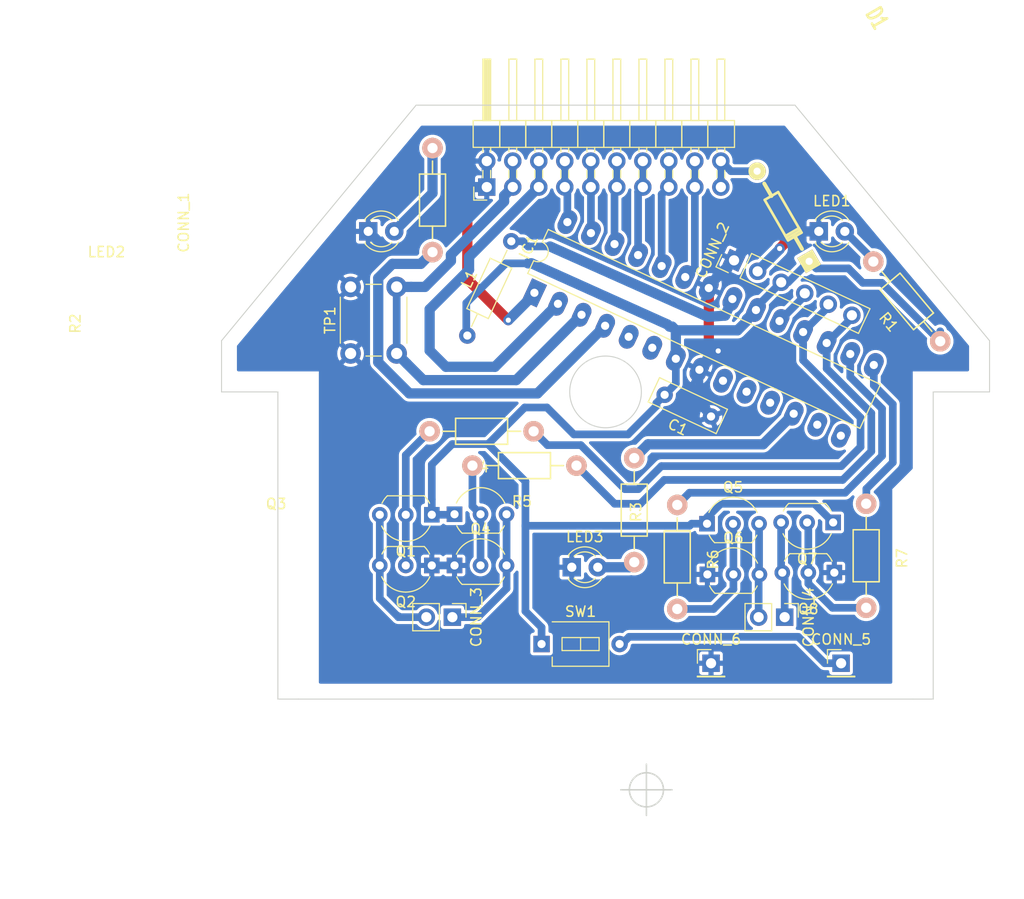
<source format=kicad_pcb>
(kicad_pcb (version 4) (host pcbnew 4.0.6)
  (layers (0 F.Cu signal) (31 B.Cu signal) (34 B.Paste user) (35 F.Paste user) (36 B.SilkS user) (37 F.SilkS user) (38 B.Mask user) (39 F.Mask user) (44 Edge.Cuts user))
  (net 0 "")
  (net 1 GND)
  (net 2 /VCC)
  (net 3 /PD1)
  (net 4 /PD0)
  (net 5 /PC5)
  (net 6 /PC4)
  (net 7 /PC3)
  (net 8 /PC2)
  (net 9 /PC1)
  (net 10 /PC0)
  (net 11 /RST)
  (net 12 /SCK)
  (net 13 /MISO)
  (net 14 /MOSI)
  (net 15 "Net-(CONN_3-Pad1)")
  (net 16 "Net-(CONN_3-Pad2)")
  (net 17 "Net-(CONN_4-Pad1)")
  (net 18 "Net-(CONN_4-Pad2)")
  (net 19 "Net-(CONN_5-Pad1)")
  (net 20 /PB1)
  (net 21 /PB2)
  (net 22 /PD2)
  (net 23 "Net-(IC1-Pad5)")
  (net 24 "Net-(IC1-Pad6)")
  (net 25 "Net-(IC1-Pad21)")
  (net 26 "Net-(IC1-Pad9)")
  (net 27 "Net-(IC1-Pad10)")
  (net 28 "Net-(IC1-Pad11)")
  (net 29 /PD6)
  (net 30 "Net-(IC1-Pad13)")
  (net 31 "Net-(IC1-Pad14)")
  (net 32 "Net-(LED1-Pad2)")
  (net 33 "Net-(LED2-Pad2)")
  (net 34 "Net-(LED3-Pad2)")
  (net 35 "Net-(Q1-Pad2)")
  (net 36 "Net-(Q3-Pad2)")
  (net 37 "Net-(Q5-Pad2)")
  (net 38 "Net-(Q7-Pad2)")
  (net 39 "Net-(CONN_1-Pad19)")
  (module Housings_DIP:DIP-28_W7.62mm_LongPads (layer F.Cu) (at 70.76 109.445 65)
    (fp_text reference IC1 (at 3.81 -2.39 65) (layer F.SilkS))
    (fp_text value ATMEGA8-P)
    (pad 1 thru_hole rect (at 0 0 65) (size 2.4 1.6) (drill 0.8) (layers *.Cu *.Mask) (net 11 /RST))
    (pad 15 thru_hole oval (at 7.62 33.02 65) (size 2.4 1.6) (drill 0.8) (layers *.Cu *.Mask) (net 20 /PB1))
    (pad 2 thru_hole oval (at 0 2.54 65) (size 2.4 1.6) (drill 0.8) (layers *.Cu *.Mask) (net 4 /PD0))
    (pad 16 thru_hole oval (at 7.62 30.48 65) (size 2.4 1.6) (drill 0.8) (layers *.Cu *.Mask) (net 21 /PB2))
    (pad 3 thru_hole oval (at 0 5.08 65) (size 2.4 1.6) (drill 0.8) (layers *.Cu *.Mask) (net 3 /PD1))
    (pad 17 thru_hole oval (at 7.62 27.94 65) (size 2.4 1.6) (drill 0.8) (layers *.Cu *.Mask) (net 14 /MOSI))
    (pad 4 thru_hole oval (at 0 7.62 65) (size 2.4 1.6) (drill 0.8) (layers *.Cu *.Mask) (net 22 /PD2))
    (pad 18 thru_hole oval (at 7.62 25.4 65) (size 2.4 1.6) (drill 0.8) (layers *.Cu *.Mask) (net 13 /MISO))
    (pad 5 thru_hole oval (at 0 10.16 65) (size 2.4 1.6) (drill 0.8) (layers *.Cu *.Mask) (net 23 "Net-(IC1-Pad5)"))
    (pad 19 thru_hole oval (at 7.62 22.86 65) (size 2.4 1.6) (drill 0.8) (layers *.Cu *.Mask) (net 12 /SCK))
    (pad 6 thru_hole oval (at 0 12.7 65) (size 2.4 1.6) (drill 0.8) (layers *.Cu *.Mask) (net 24 "Net-(IC1-Pad6)"))
    (pad 20 thru_hole oval (at 7.62 20.32 65) (size 2.4 1.6) (drill 0.8) (layers *.Cu *.Mask) (net 2 /VCC))
    (pad 7 thru_hole oval (at 0 15.24 65) (size 2.4 1.6) (drill 0.8) (layers *.Cu *.Mask) (net 2 /VCC))
    (pad 21 thru_hole oval (at 7.62 17.78 65) (size 2.4 1.6) (drill 0.8) (layers *.Cu *.Mask) (net 25 "Net-(IC1-Pad21)"))
    (pad 8 thru_hole oval (at 0 17.78 65) (size 2.4 1.6) (drill 0.8) (layers *.Cu *.Mask) (net 1 GND))
    (pad 22 thru_hole oval (at 7.62 15.24 65) (size 2.4 1.6) (drill 0.8) (layers *.Cu *.Mask) (net 1 GND))
    (pad 9 thru_hole oval (at 0 20.32 65) (size 2.4 1.6) (drill 0.8) (layers *.Cu *.Mask) (net 26 "Net-(IC1-Pad9)"))
    (pad 23 thru_hole oval (at 7.62 12.7 65) (size 2.4 1.6) (drill 0.8) (layers *.Cu *.Mask) (net 10 /PC0))
    (pad 10 thru_hole oval (at 0 22.86 65) (size 2.4 1.6) (drill 0.8) (layers *.Cu *.Mask) (net 27 "Net-(IC1-Pad10)"))
    (pad 24 thru_hole oval (at 7.62 10.16 65) (size 2.4 1.6) (drill 0.8) (layers *.Cu *.Mask) (net 9 /PC1))
    (pad 11 thru_hole oval (at 0 25.4 65) (size 2.4 1.6) (drill 0.8) (layers *.Cu *.Mask) (net 28 "Net-(IC1-Pad11)"))
    (pad 25 thru_hole oval (at 7.62 7.62 65) (size 2.4 1.6) (drill 0.8) (layers *.Cu *.Mask) (net 8 /PC2))
    (pad 12 thru_hole oval (at 0 27.94 65) (size 2.4 1.6) (drill 0.8) (layers *.Cu *.Mask) (net 29 /PD6))
    (pad 26 thru_hole oval (at 7.62 5.08 65) (size 2.4 1.6) (drill 0.8) (layers *.Cu *.Mask) (net 7 /PC3))
    (pad 13 thru_hole oval (at 0 30.48 65) (size 2.4 1.6) (drill 0.8) (layers *.Cu *.Mask) (net 30 "Net-(IC1-Pad13)"))
    (pad 27 thru_hole oval (at 7.62 2.54 65) (size 2.4 1.6) (drill 0.8) (layers *.Cu *.Mask) (net 6 /PC4))
    (pad 14 thru_hole oval (at 0 33.02 65) (size 2.4 1.6) (drill 0.8) (layers *.Cu *.Mask) (net 31 "Net-(IC1-Pad14)"))
    (pad 28 thru_hole oval (at 7.62 0 65) (size 2.4 1.6) (drill 0.8) (layers *.Cu *.Mask) (net 5 /PC5))
  )
  (module Capacitors_ThroughHole:C_Rect_L7.2mm_W2.5mm_P5.00mm_FKS2_FKP2_MKS2_MKP2 (layer F.Cu) (at 88.01 121.52 155)
    (fp_text reference C1 (at 2.5 -2.31 155) (layer F.SilkS))
    (fp_text value C)
    (pad 1 thru_hole circle (at 0 0 155) (size 1.6 1.6) (drill 0.8) (layers *.Cu *.Mask) (net 1 GND))
    (pad 2 thru_hole circle (at 5 0 155) (size 1.6 1.6) (drill 0.8) (layers *.Cu *.Mask) (net 2 /VCC))
  )
  (module Pin_Headers:Pin_Header_Angled_2x10_Pitch2.54mm (layer F.Cu) (at 66.11 99.12 90)
    (fp_text reference CONN_1 (at -3.47 -29.6 90) (layer F.SilkS))
    (fp_text value CONN_02X10)
    (pad 1 thru_hole rect (at 0 0 90) (size 1.7 1.7) (drill 1) (layers *.Cu *.Mask) (net 1 GND))
    (pad 2 thru_hole oval (at 2.54 0 90) (size 1.7 1.7) (drill 1) (layers *.Cu *.Mask) (net 1 GND))
    (pad 3 thru_hole oval (at 0 2.54 90) (size 1.7 1.7) (drill 1) (layers *.Cu *.Mask) (net 3 /PD1))
    (pad 4 thru_hole oval (at 2.54 2.54 90) (size 1.7 1.7) (drill 1) (layers *.Cu *.Mask) (net 3 /PD1))
    (pad 5 thru_hole oval (at 0 5.08 90) (size 1.7 1.7) (drill 1) (layers *.Cu *.Mask) (net 4 /PD0))
    (pad 6 thru_hole oval (at 2.54 5.08 90) (size 1.7 1.7) (drill 1) (layers *.Cu *.Mask) (net 4 /PD0))
    (pad 7 thru_hole oval (at 0 7.62 90) (size 1.7 1.7) (drill 1) (layers *.Cu *.Mask) (net 5 /PC5))
    (pad 8 thru_hole oval (at 2.54 7.62 90) (size 1.7 1.7) (drill 1) (layers *.Cu *.Mask) (net 5 /PC5))
    (pad 9 thru_hole oval (at 0 10.16 90) (size 1.7 1.7) (drill 1) (layers *.Cu *.Mask) (net 6 /PC4))
    (pad 10 thru_hole oval (at 2.54 10.16 90) (size 1.7 1.7) (drill 1) (layers *.Cu *.Mask) (net 6 /PC4))
    (pad 11 thru_hole oval (at 0 12.7 90) (size 1.7 1.7) (drill 1) (layers *.Cu *.Mask) (net 7 /PC3))
    (pad 12 thru_hole oval (at 2.54 12.7 90) (size 1.7 1.7) (drill 1) (layers *.Cu *.Mask) (net 7 /PC3))
    (pad 13 thru_hole oval (at 0 15.24 90) (size 1.7 1.7) (drill 1) (layers *.Cu *.Mask) (net 8 /PC2))
    (pad 14 thru_hole oval (at 2.54 15.24 90) (size 1.7 1.7) (drill 1) (layers *.Cu *.Mask) (net 8 /PC2))
    (pad 15 thru_hole oval (at 0 17.78 90) (size 1.7 1.7) (drill 1) (layers *.Cu *.Mask) (net 9 /PC1))
    (pad 16 thru_hole oval (at 2.54 17.78 90) (size 1.7 1.7) (drill 1) (layers *.Cu *.Mask) (net 9 /PC1))
    (pad 17 thru_hole oval (at 0 20.32 90) (size 1.7 1.7) (drill 1) (layers *.Cu *.Mask) (net 10 /PC0))
    (pad 18 thru_hole oval (at 2.54 20.32 90) (size 1.7 1.7) (drill 1) (layers *.Cu *.Mask) (net 10 /PC0))
    (pad 19 thru_hole oval (at 0 22.86 90) (size 1.7 1.7) (drill 1) (layers *.Cu *.Mask) (net 39 "Net-(CONN_1-Pad19)"))
    (pad 20 thru_hole oval (at 2.54 22.86 90) (size 1.7 1.7) (drill 1) (layers *.Cu *.Mask) (net 39 "Net-(CONN_1-Pad19)"))
  )
  (module Pin_Headers:Pin_Header_Straight_1x06_Pitch2.54mm (layer F.Cu) (at 90.255956 106.273099 65)
    (fp_text reference CONN_2 (at 0 -2.33 65) (layer F.SilkS))
    (fp_text value CONN_01X06)
    (pad 1 thru_hole rect (at 0 0 65) (size 1.7 1.7) (drill 1) (layers *.Cu *.Mask) (net 1 GND))
    (pad 2 thru_hole oval (at 0 2.54 65) (size 1.7 1.7) (drill 1) (layers *.Cu *.Mask) (net 11 /RST))
    (pad 3 thru_hole oval (at 0 5.08 65) (size 1.7 1.7) (drill 1) (layers *.Cu *.Mask) (net 2 /VCC))
    (pad 4 thru_hole oval (at 0 7.62 65) (size 1.7 1.7) (drill 1) (layers *.Cu *.Mask) (net 12 /SCK))
    (pad 5 thru_hole oval (at 0 10.16 65) (size 1.7 1.7) (drill 1) (layers *.Cu *.Mask) (net 13 /MISO))
    (pad 6 thru_hole oval (at 0 12.7 65) (size 1.7 1.7) (drill 1) (layers *.Cu *.Mask) (net 14 /MOSI))
  )
  (module Pin_Headers:Pin_Header_Straight_1x02_Pitch2.54mm (layer F.Cu) (at 62.75 141.12 270)
    (fp_text reference CONN_3 (at 0 -2.33 270) (layer F.SilkS))
    (fp_text value CONN_01X02)
    (pad 1 thru_hole rect (at 0 0 270) (size 1.7 1.7) (drill 1) (layers *.Cu *.Mask) (net 15 "Net-(CONN_3-Pad1)"))
    (pad 2 thru_hole oval (at 0 2.54 270) (size 1.7 1.7) (drill 1) (layers *.Cu *.Mask) (net 16 "Net-(CONN_3-Pad2)"))
  )
  (module Pin_Headers:Pin_Header_Straight_1x02_Pitch2.54mm (layer F.Cu) (at 95.2 141.12 270)
    (fp_text reference CONN_4 (at 0 -2.33 270) (layer F.SilkS))
    (fp_text value CONN_01X02)
    (pad 1 thru_hole rect (at 0 0 270) (size 1.7 1.7) (drill 1) (layers *.Cu *.Mask) (net 17 "Net-(CONN_4-Pad1)"))
    (pad 2 thru_hole oval (at 0 2.54 270) (size 1.7 1.7) (drill 1) (layers *.Cu *.Mask) (net 18 "Net-(CONN_4-Pad2)"))
  )
  (module Pin_Headers:Pin_Header_Straight_1x01_Pitch2.54mm (layer F.Cu) (at 100.71 145.62)
    (fp_text reference CONN_5 (at 0 -2.33) (layer F.SilkS))
    (fp_text value CONN)
    (pad 1 thru_hole rect (at 0 0) (size 1.7 1.7) (drill 1) (layers *.Cu *.Mask) (net 19 "Net-(CONN_5-Pad1)"))
  )
  (module Pin_Headers:Pin_Header_Straight_1x01_Pitch2.54mm (layer F.Cu) (at 88.01 145.62)
    (fp_text reference CONN_6 (at 0 -2.33) (layer F.SilkS))
    (fp_text value CONN)
    (pad 1 thru_hole rect (at 0 0) (size 1.7 1.7) (drill 1) (layers *.Cu *.Mask) (net 1 GND))
  )
  (module Dioden_ThroughHole_RevC:Diode_DO-35_SOD27_Horizontal_RM10 (layer F.Cu) (at 95.05 101.969409 300)
    (fp_text reference D1 (at -12.17208 -17.616157 300) (layer F.SilkS) (effects (font (size 1.524 1.016) (thickness 0.254))))
    (fp_text value D hide)
    (pad 1 thru_hole circle (at -5.08 0 300) (size 1.69926 1.69926) (drill 0.70104) (layers *.Cu *.Mask F.SilkS) (net 39 "Net-(CONN_1-Pad19)"))
    (pad 2 thru_hole rect (at 5.08 0 300) (size 1.69926 1.69926) (drill 0.70104) (layers *.Cu *.Mask F.SilkS) (net 2 /VCC))
  )
  (module Inductors_THT:L_Axial_L5.3mm_D2.2mm_P10.16mm_Horizontal_Vishay_IM-1 (layer F.Cu) (at 64.21 113.62 65)
    (fp_text reference L1 (at 5.08 -2.16 65) (layer F.SilkS))
    (fp_text value L)
    (pad 1 thru_hole circle (at 0 0 65) (size 1.6 1.6) (drill 0.8) (layers *.Cu *.Mask) (net 2 /VCC))
    (pad 2 thru_hole oval (at 10.16 0 65) (size 1.6 1.6) (drill 0.8) (layers *.Cu *.Mask) (net 25 "Net-(IC1-Pad21)"))
  )
  (module LEDs:LED_D3.0mm (layer F.Cu) (at 98.535 103.445)
    (fp_text reference LED1 (at 1.27 -2.96) (layer F.SilkS))
    (fp_text value LED)
    (pad 1 thru_hole rect (at 0 0) (size 1.8 1.8) (drill 0.9) (layers *.Cu *.Mask) (net 1 GND))
    (pad 2 thru_hole circle (at 2.54 0) (size 1.8 1.8) (drill 0.9) (layers *.Cu *.Mask) (net 32 "Net-(LED1-Pad2)"))
  )
  (module LEDs:LED_D3.0mm (layer F.Cu) (at 54.535 103.445)
    (fp_text reference LED2 (at -25.565 2.015) (layer F.SilkS))
    (fp_text value LED)
    (pad 1 thru_hole rect (at 0 0) (size 1.8 1.8) (drill 0.9) (layers *.Cu *.Mask) (net 1 GND))
    (pad 2 thru_hole circle (at 2.54 0) (size 1.8 1.8) (drill 0.9) (layers *.Cu *.Mask) (net 33 "Net-(LED2-Pad2)"))
  )
  (module LEDs:LED_D3.0mm (layer F.Cu) (at 74.41 136.245)
    (fp_text reference LED3 (at 1.27 -2.96) (layer F.SilkS))
    (fp_text value LED)
    (pad 1 thru_hole rect (at 0 0) (size 1.8 1.8) (drill 0.9) (layers *.Cu *.Mask) (net 1 GND))
    (pad 2 thru_hole circle (at 2.54 0) (size 1.8 1.8) (drill 0.9) (layers *.Cu *.Mask) (net 34 "Net-(LED3-Pad2)"))
  )
  (module TO_SOT_Packages_THT:TO-92_Inline_Wide (layer F.Cu) (at 60.74 131.12 180)
    (fp_text reference Q1 (at 2.54 -3.56 360) (layer F.SilkS))
    (fp_text value Q_NPN_CBE)
    (pad 2 thru_hole circle (at 2.54 0 270) (size 1.52 1.52) (drill 0.8) (layers *.Cu *.Mask) (net 35 "Net-(Q1-Pad2)"))
    (pad 3 thru_hole circle (at 5.08 0 270) (size 1.52 1.52) (drill 0.8) (layers *.Cu *.Mask) (net 16 "Net-(CONN_3-Pad2)"))
    (pad 1 thru_hole rect (at 0 0 270) (size 1.52 1.52) (drill 0.8) (layers *.Cu *.Mask) (net 2 /VCC))
  )
  (module TO_SOT_Packages_THT:TO-92_Inline_Wide (layer F.Cu) (at 60.74 136.07 180)
    (fp_text reference Q2 (at 2.54 -3.56 360) (layer F.SilkS))
    (fp_text value Q_PNP_CBE)
    (pad 2 thru_hole circle (at 2.54 0 270) (size 1.52 1.52) (drill 0.8) (layers *.Cu *.Mask) (net 35 "Net-(Q1-Pad2)"))
    (pad 3 thru_hole circle (at 5.08 0 270) (size 1.52 1.52) (drill 0.8) (layers *.Cu *.Mask) (net 16 "Net-(CONN_3-Pad2)"))
    (pad 1 thru_hole rect (at 0 0 270) (size 1.52 1.52) (drill 0.8) (layers *.Cu *.Mask) (net 1 GND))
  )
  (module TO_SOT_Packages_THT:TO-92_Inline_Wide (layer F.Cu) (at 62.96 131.07)
    (fp_text reference Q3 (at -17.42 -1.01 180) (layer F.SilkS))
    (fp_text value Q_NPN_CBE)
    (pad 2 thru_hole circle (at 2.54 0 90) (size 1.52 1.52) (drill 0.8) (layers *.Cu *.Mask) (net 36 "Net-(Q3-Pad2)"))
    (pad 3 thru_hole circle (at 5.08 0 90) (size 1.52 1.52) (drill 0.8) (layers *.Cu *.Mask) (net 15 "Net-(CONN_3-Pad1)"))
    (pad 1 thru_hole rect (at 0 0 90) (size 1.52 1.52) (drill 0.8) (layers *.Cu *.Mask) (net 2 /VCC))
  )
  (module TO_SOT_Packages_THT:TO-92_Inline_Wide (layer F.Cu) (at 62.96 136.07)
    (fp_text reference Q4 (at 2.54 -3.56 180) (layer F.SilkS))
    (fp_text value Q_PNP_CBE)
    (pad 2 thru_hole circle (at 2.54 0 90) (size 1.52 1.52) (drill 0.8) (layers *.Cu *.Mask) (net 36 "Net-(Q3-Pad2)"))
    (pad 3 thru_hole circle (at 5.08 0 90) (size 1.52 1.52) (drill 0.8) (layers *.Cu *.Mask) (net 15 "Net-(CONN_3-Pad1)"))
    (pad 1 thru_hole rect (at 0 0 90) (size 1.52 1.52) (drill 0.8) (layers *.Cu *.Mask) (net 1 GND))
  )
  (module TO_SOT_Packages_THT:TO-92_Inline_Wide (layer F.Cu) (at 87.62 131.995)
    (fp_text reference Q5 (at 2.54 -3.56 180) (layer F.SilkS))
    (fp_text value Q_NPN_CBE)
    (pad 2 thru_hole circle (at 2.54 0 90) (size 1.52 1.52) (drill 0.8) (layers *.Cu *.Mask) (net 37 "Net-(Q5-Pad2)"))
    (pad 3 thru_hole circle (at 5.08 0 90) (size 1.52 1.52) (drill 0.8) (layers *.Cu *.Mask) (net 18 "Net-(CONN_4-Pad2)"))
    (pad 1 thru_hole rect (at 0 0 90) (size 1.52 1.52) (drill 0.8) (layers *.Cu *.Mask) (net 2 /VCC))
  )
  (module TO_SOT_Packages_THT:TO-92_Inline_Wide (layer F.Cu) (at 87.655 136.945)
    (fp_text reference Q6 (at 2.54 -3.56 180) (layer F.SilkS))
    (fp_text value Q_PNP_CBE)
    (pad 2 thru_hole circle (at 2.54 0 90) (size 1.52 1.52) (drill 0.8) (layers *.Cu *.Mask) (net 37 "Net-(Q5-Pad2)"))
    (pad 3 thru_hole circle (at 5.08 0 90) (size 1.52 1.52) (drill 0.8) (layers *.Cu *.Mask) (net 18 "Net-(CONN_4-Pad2)"))
    (pad 1 thru_hole rect (at 0 0 90) (size 1.52 1.52) (drill 0.8) (layers *.Cu *.Mask) (net 1 GND))
  )
  (module TO_SOT_Packages_THT:TO-92_Inline_Wide (layer F.Cu) (at 99.935 131.87 180)
    (fp_text reference Q7 (at 2.54 -3.56 360) (layer F.SilkS))
    (fp_text value Q_NPN_CBE)
    (pad 2 thru_hole circle (at 2.54 0 270) (size 1.52 1.52) (drill 0.8) (layers *.Cu *.Mask) (net 38 "Net-(Q7-Pad2)"))
    (pad 3 thru_hole circle (at 5.08 0 270) (size 1.52 1.52) (drill 0.8) (layers *.Cu *.Mask) (net 17 "Net-(CONN_4-Pad1)"))
    (pad 1 thru_hole rect (at 0 0 270) (size 1.52 1.52) (drill 0.8) (layers *.Cu *.Mask) (net 2 /VCC))
  )
  (module TO_SOT_Packages_THT:TO-92_Inline_Wide (layer F.Cu) (at 100.05 136.77 180)
    (fp_text reference Q8 (at 2.54 -3.56 360) (layer F.SilkS))
    (fp_text value Q_PNP_CBE)
    (pad 2 thru_hole circle (at 2.54 0 270) (size 1.52 1.52) (drill 0.8) (layers *.Cu *.Mask) (net 38 "Net-(Q7-Pad2)"))
    (pad 3 thru_hole circle (at 5.08 0 270) (size 1.52 1.52) (drill 0.8) (layers *.Cu *.Mask) (net 17 "Net-(CONN_4-Pad1)"))
    (pad 1 thru_hole rect (at 0 0 270) (size 1.52 1.52) (drill 0.8) (layers *.Cu *.Mask) (net 1 GND))
  )
  (module Resistors_THT:Resistor_Horizontal_RM10mm (layer F.Cu) (at 110.390722 114.178012 130)
    (fp_text reference R1 (at 4.678754 -2.654254 130) (layer F.SilkS))
    (fp_text value 470R)
    (pad 1 thru_hole circle (at 0 0 130) (size 1.99898 1.99898) (drill 1.00076) (layers *.Cu *.SilkS *.Mask) (net 2 /VCC))
    (pad 2 thru_hole circle (at 10.16 0 130) (size 1.99898 1.99898) (drill 1.00076) (layers *.Cu *.SilkS *.Mask) (net 32 "Net-(LED1-Pad2)"))
  )
  (module Resistors_THT:Resistor_Horizontal_RM10mm (layer F.Cu) (at 60.81 105.47 90)
    (fp_text reference R2 (at -6.98 -34.88 90) (layer F.SilkS))
    (fp_text value 470R)
    (pad 1 thru_hole circle (at 0 0 90) (size 1.99898 1.99898) (drill 1.00076) (layers *.Cu *.SilkS *.Mask) (net 22 /PD2))
    (pad 2 thru_hole circle (at 10.16 0 90) (size 1.99898 1.99898) (drill 1.00076) (layers *.Cu *.SilkS *.Mask) (net 33 "Net-(LED2-Pad2)"))
  )
  (module Resistors_THT:Resistor_Horizontal_RM10mm (layer F.Cu) (at 80.51 125.585 270)
    (fp_text reference R3 (at 5.275 -0.175 270) (layer F.SilkS))
    (fp_text value 470R)
    (pad 1 thru_hole circle (at 0 0 270) (size 1.99898 1.99898) (drill 1.00076) (layers *.Cu *.SilkS *.Mask) (net 29 /PD6))
    (pad 2 thru_hole circle (at 10.16 0 270) (size 1.99898 1.99898) (drill 1.00076) (layers *.Cu *.SilkS *.Mask) (net 34 "Net-(LED3-Pad2)"))
  )
  (module Resistors_THT:Resistor_Horizontal_RM10mm (layer F.Cu) (at 70.685 122.97 180)
    (fp_text reference R4 (at 5.32892 -3.50012 180) (layer F.SilkS))
    (fp_text value 470R)
    (pad 1 thru_hole circle (at 0 0 180) (size 1.99898 1.99898) (drill 1.00076) (layers *.Cu *.SilkS *.Mask) (net 13 /MISO))
    (pad 2 thru_hole circle (at 10.16 0 180) (size 1.99898 1.99898) (drill 1.00076) (layers *.Cu *.SilkS *.Mask) (net 35 "Net-(Q1-Pad2)"))
  )
  (module Resistors_THT:Resistor_Horizontal_RM10mm (layer F.Cu) (at 74.87 126.32 180)
    (fp_text reference R5 (at 5.32892 -3.50012 180) (layer F.SilkS))
    (fp_text value 470R)
    (pad 1 thru_hole circle (at 0 0 180) (size 1.99898 1.99898) (drill 1.00076) (layers *.Cu *.SilkS *.Mask) (net 14 /MOSI))
    (pad 2 thru_hole circle (at 10.16 0 180) (size 1.99898 1.99898) (drill 1.00076) (layers *.Cu *.SilkS *.Mask) (net 36 "Net-(Q3-Pad2)"))
  )
  (module Resistors_THT:Resistor_Horizontal_RM10mm (layer F.Cu) (at 84.71 130.16 270)
    (fp_text reference R6 (at 5.32892 -3.50012 270) (layer F.SilkS))
    (fp_text value 470R)
    (pad 1 thru_hole circle (at 0 0 270) (size 1.99898 1.99898) (drill 1.00076) (layers *.Cu *.SilkS *.Mask) (net 21 /PB2))
    (pad 2 thru_hole circle (at 10.16 0 270) (size 1.99898 1.99898) (drill 1.00076) (layers *.Cu *.SilkS *.Mask) (net 37 "Net-(Q5-Pad2)"))
  )
  (module Resistors_THT:Resistor_Horizontal_RM10mm (layer F.Cu) (at 103.16 130.045 270)
    (fp_text reference R7 (at 5.32892 -3.50012 270) (layer F.SilkS))
    (fp_text value 470R)
    (pad 1 thru_hole circle (at 0 0 270) (size 1.99898 1.99898) (drill 1.00076) (layers *.Cu *.SilkS *.Mask) (net 20 /PB1))
    (pad 2 thru_hole circle (at 10.16 0 270) (size 1.99898 1.99898) (drill 1.00076) (layers *.Cu *.SilkS *.Mask) (net 38 "Net-(Q7-Pad2)"))
  )
  (module Buttons_Switches_THT:SW_DIP_x1_W7.62mm_Slide_LowProfile (layer F.Cu) (at 71.46 143.745)
    (fp_text reference SW1 (at 3.81 -3.17) (layer F.SilkS))
    (fp_text value SPST)
    (pad 1 thru_hole rect (at 0 0) (size 1.6 1.6) (drill 0.8) (layers *.Cu *.Mask) (net 2 /VCC))
    (pad 2 thru_hole oval (at 7.62 0) (size 1.6 1.6) (drill 0.8) (layers *.Cu *.Mask) (net 19 "Net-(CONN_5-Pad1)"))
  )
  (module Buttons_Switches_THT:SW_PUSH_6mm (layer F.Cu) (at 52.81 115.37 90)
    (fp_text reference TP1 (at 3.25 -2 90) (layer F.SilkS))
    (fp_text value SW_PUSH_SMALL_H)
    (pad 2 thru_hole circle (at 0 4.5 180) (size 2 2) (drill 1.1) (layers *.Cu *.Mask) (net 3 /PD1))
    (pad 1 thru_hole circle (at 0 0 180) (size 2 2) (drill 1.1) (layers *.Cu *.Mask) (net 1 GND))
    (pad 2 thru_hole circle (at 6.5 4.5 180) (size 2 2) (drill 1.1) (layers *.Cu *.Mask) (net 3 /PD1))
    (pad 1 thru_hole circle (at 6.5 0 180) (size 2 2) (drill 1.1) (layers *.Cu *.Mask) (net 1 GND))
  )
  (target plus (at 81.7 157.98) (size 5) (width 0.15) (layer Edge.Cuts))
  (gr_circle (center 77.708073 119.122037) (end 81.208073 119.122037) (layer Edge.Cuts) (width 0.1))
  (gr_line (start 109.708073 149.122037) (end 107.708073 149.122037) (layer Edge.Cuts) (width 0.1))
  (gr_line (start 109.708073 119.122037) (end 109.708073 149.122037) (layer Edge.Cuts) (width 0.1))
  (gr_line (start 45.708073 149.122037) (end 47.708073 149.122037) (layer Edge.Cuts) (width 0.1))
  (gr_line (start 45.708073 119.122037) (end 45.708073 149.122037) (layer Edge.Cuts) (width 0.1))
  (gr_line (start 96.208073 91.122037) (end 59.208073 91.122037) (layer Edge.Cuts) (width 0.1))
  (gr_line (start 40.208073 119.122037) (end 45.708073 119.122037) (layer Edge.Cuts) (width 0.1))
  (gr_line (start 40.208073 114.122037) (end 40.208073 119.122037) (layer Edge.Cuts) (width 0.1))
  (gr_line (start 59.208073 91.122037) (end 40.208073 114.122037) (layer Edge.Cuts) (width 0.1))
  (gr_line (start 96.208073 91.122037) (end 115.208073 114.122037) (layer Edge.Cuts) (width 0.1))
  (gr_line (start 115.208073 119.122037) (end 115.208073 114.122037) (layer Edge.Cuts) (width 0.1))
  (gr_line (start 109.708073 119.122037) (end 115.208073 119.122037) (layer Edge.Cuts) (width 0.1))
  (gr_line (start 47.708073 149.122037) (end 107.708073 149.122037) (layer Edge.Cuts) (width 0.1))
  (segment (start 88.71 115.12) (end 87.792482 114.202482) (width 1) (layer F.Cu) (net 1))
  (segment (start 87.792482 114.202482) (end 87.792482 108.979637) (width 1) (layer F.Cu) (net 1))
  (segment (start 86.874152 116.959153) (end 86.874152 116.955848) (width 1) (layer B.Cu) (net 1))
  (segment (start 86.874152 116.955848) (end 88.71 115.12) (width 1) (layer B.Cu) (net 1))
  (via (at 88.71 115.12) (size 0.8) (drill 0.5) (layers F.Cu B.Cu) (net 1))
  (segment (start 87.792482 108.979637) (end 87.792482 108.736573) (width 1) (layer B.Cu) (net 1))
  (segment (start 87.792482 108.736573) (end 90.255956 106.273099) (width 1) (layer B.Cu) (net 1))
  (segment (start 90.255956 106.273099) (end 93.084055 103.445) (width 1) (layer B.Cu) (net 1))
  (segment (start 93.084055 103.445) (end 98.535 103.445) (width 1) (layer B.Cu) (net 1))
  (segment (start 66.11 99.12) (end 64.26 99.12) (width 1) (layer B.Cu) (net 1))
  (segment (start 64.26 99.12) (end 58.234999 105.145001) (width 1) (layer B.Cu) (net 1))
  (segment (start 58.234999 105.145001) (end 56.235001 105.145001) (width 1) (layer B.Cu) (net 1))
  (segment (start 56.235001 105.145001) (end 54.535 103.445) (width 1) (layer B.Cu) (net 1))
  (segment (start 66.11 99.12) (end 66.11 96.58) (width 1) (layer B.Cu) (net 1))
  (segment (start 87.792482 108.979637) (end 88.200363 108.979637) (width 0.75) (layer B.Cu) (net 1))
  (segment (start 88.01 121.52) (end 86.874152 120.384152) (width 0.75) (layer B.Cu) (net 1))
  (segment (start 86.874152 120.384152) (end 86.874152 116.959153) (width 0.75) (layer B.Cu) (net 1))
  (segment (start 60.74 136.07) (end 62.96 136.07) (width 0.75) (layer B.Cu) (net 1))
  (segment (start 70.135 106.57) (end 67.98 106.57) (width 0.75) (layer B.Cu) (net 2))
  (segment (start 67.98 106.57) (end 64.11 110.44) (width 0.75) (layer B.Cu) (net 2))
  (segment (start 64.11 110.44) (end 64.11 113.52) (width 0.75) (layer B.Cu) (net 2))
  (segment (start 64.11 113.52) (end 64.21 113.62) (width 0.75) (layer B.Cu) (net 2))
  (segment (start 92.396525 111.126538) (end 92.396525 110.883475) (width 0.75) (layer B.Cu) (net 2))
  (segment (start 92.396525 110.883475) (end 94.86 108.42) (width 0.75) (layer B.Cu) (net 2))
  (segment (start 71.985 120.645) (end 69.81 120.645) (width 0.75) (layer B.Cu) (net 2))
  (segment (start 69.81 120.645) (end 66.235 124.22) (width 0.75) (layer B.Cu) (net 2))
  (segment (start 74.61 123.27) (end 71.985 120.645) (width 0.75) (layer B.Cu) (net 2))
  (segment (start 79.91 123.27) (end 74.61 123.27) (width 0.75) (layer B.Cu) (net 2))
  (segment (start 82.678462 120.501538) (end 79.91 123.27) (width 0.75) (layer B.Cu) (net 2))
  (segment (start 83.478461 119.406909) (end 82.678462 120.206908) (width 0.75) (layer B.Cu) (net 2))
  (segment (start 82.678462 120.206908) (end 82.678462 120.501538) (width 0.75) (layer B.Cu) (net 2))
  (segment (start 69.885 140.545) (end 69.885 132.195) (width 0.75) (layer B.Cu) (net 2))
  (segment (start 69.885 132.195) (end 69.885 127.87) (width 0.75) (layer B.Cu) (net 2))
  (segment (start 87.62 131.995) (end 86.11 131.995) (width 0.75) (layer B.Cu) (net 2))
  (segment (start 86.11 131.995) (end 85.91 132.195) (width 0.75) (layer B.Cu) (net 2))
  (segment (start 85.91 132.195) (end 69.885 132.195) (width 0.75) (layer B.Cu) (net 2))
  (segment (start 87.62 131.995) (end 87.62 131.385) (width 0.75) (layer B.Cu) (net 2))
  (segment (start 87.62 131.385) (end 88.96 130.045) (width 0.75) (layer B.Cu) (net 2))
  (segment (start 88.96 130.045) (end 98.11 130.045) (width 0.75) (layer B.Cu) (net 2))
  (segment (start 98.11 130.045) (end 99.935 131.87) (width 0.75) (layer B.Cu) (net 2))
  (segment (start 71.46 143.745) (end 71.46 142.12) (width 0.75) (layer B.Cu) (net 2))
  (segment (start 71.46 142.12) (end 69.885 140.545) (width 0.75) (layer B.Cu) (net 2))
  (segment (start 62.735 124.22) (end 60.74 126.215) (width 0.75) (layer B.Cu) (net 2))
  (segment (start 69.885 127.87) (end 66.235 124.22) (width 0.75) (layer B.Cu) (net 2))
  (segment (start 66.235 124.22) (end 62.735 124.22) (width 0.75) (layer B.Cu) (net 2))
  (segment (start 60.74 126.215) (end 60.74 129.61) (width 0.75) (layer B.Cu) (net 2))
  (segment (start 60.74 129.61) (end 60.74 131.12) (width 0.75) (layer B.Cu) (net 2))
  (segment (start 91.502809 112.202191) (end 90.597869 113.107131) (width 1) (layer B.Cu) (net 2))
  (segment (start 90.597869 113.107131) (end 84.572131 113.107131) (width 1) (layer B.Cu) (net 2))
  (segment (start 92.396525 111.126538) (end 91.502809 112.020254) (width 1) (layer B.Cu) (net 2))
  (segment (start 91.502809 112.020254) (end 91.502809 112.202191) (width 1) (layer B.Cu) (net 2))
  (segment (start 70.485 106.57) (end 83.76 112.54254) (width 1) (layer B.Cu) (net 2))
  (segment (start 84.21 112.745) (end 83.96246 112.745) (width 1) (layer B.Cu) (net 2))
  (segment (start 83.96246 112.745) (end 83.76 112.54254) (width 1) (layer B.Cu) (net 2))
  (segment (start 84.572131 115.885702) (end 84.572131 113.107131) (width 1) (layer B.Cu) (net 2))
  (segment (start 84.572131 113.107131) (end 84.21 112.745) (width 1) (layer B.Cu) (net 2))
  (segment (start 70.135 106.57) (end 70.485 106.57) (width 1) (layer B.Cu) (net 2))
  (segment (start 92.396525 111.126538) (end 92.396525 111.033475) (width 0.75) (layer B.Cu) (net 2))
  (segment (start 102.835 108.47) (end 104.68271 108.47) (width 0.75) (layer B.Cu) (net 2))
  (segment (start 104.68271 108.47) (end 110.390722 114.178012) (width 0.75) (layer B.Cu) (net 2))
  (segment (start 101.4265 107.0615) (end 102.835 108.47) (width 0.75) (layer B.Cu) (net 2))
  (segment (start 97.59 106.368818) (end 98.282682 107.0615) (width 0.75) (layer B.Cu) (net 2))
  (segment (start 98.282682 107.0615) (end 101.4265 107.0615) (width 0.75) (layer B.Cu) (net 2))
  (segment (start 94.86 108.42) (end 95.538818 108.42) (width 0.75) (layer B.Cu) (net 2))
  (segment (start 95.538818 108.42) (end 97.59 106.368818) (width 0.75) (layer B.Cu) (net 2))
  (segment (start 84.572131 115.885702) (end 84.572131 118.313239) (width 0.75) (layer B.Cu) (net 2))
  (segment (start 84.572131 118.313239) (end 83.478461 119.406909) (width 0.75) (layer B.Cu) (net 2))
  (segment (start 110.390722 114.178012) (end 110.390722 113.200722) (width 0.75) (layer B.Cu) (net 2))
  (segment (start 60.74 131.12) (end 62.91 131.12) (width 0.75) (layer B.Cu) (net 2))
  (segment (start 62.91 131.12) (end 62.96 131.07) (width 0.75) (layer B.Cu) (net 2))
  (segment (start 75.364044 111.591901) (end 68.985934 117.970011) (width 1) (layer B.Cu) (net 3))
  (segment (start 58.309999 116.369999) (end 57.31 115.37) (width 1) (layer B.Cu) (net 3))
  (segment (start 59.910011 117.970011) (end 58.309999 116.369999) (width 1) (layer B.Cu) (net 3))
  (segment (start 68.985934 117.970011) (end 59.910011 117.970011) (width 1) (layer B.Cu) (net 3))
  (segment (start 68.65 99.12) (end 67.800001 99.969999) (width 1) (layer B.Cu) (net 3))
  (segment (start 67.800001 99.969999) (end 67.800001 100.529999) (width 1) (layer B.Cu) (net 3))
  (segment (start 67.800001 100.529999) (end 62.609491 105.720509) (width 1) (layer B.Cu) (net 3))
  (segment (start 62.609491 105.720509) (end 62.609491 106.333757) (width 1) (layer B.Cu) (net 3))
  (segment (start 62.609491 106.333757) (end 60.073248 108.87) (width 1) (layer B.Cu) (net 3))
  (segment (start 60.073248 108.87) (end 58.724213 108.87) (width 1) (layer B.Cu) (net 3))
  (segment (start 58.724213 108.87) (end 57.31 108.87) (width 1) (layer B.Cu) (net 3))
  (segment (start 57.31 115.37) (end 57.31 108.87) (width 0.75) (layer B.Cu) (net 3))
  (segment (start 68.65 99.12) (end 68.65 96.58) (width 0.75) (layer B.Cu) (net 3))
  (segment (start 71.19 99.12) (end 64.38 105.93) (width 1) (layer B.Cu) (net 4))
  (segment (start 64.38 107.2) (end 60.53 111.05) (width 1) (layer B.Cu) (net 4))
  (segment (start 66.910472 116.67) (end 72.168306 111.412166) (width 1) (layer B.Cu) (net 4))
  (segment (start 64.38 105.93) (end 64.38 107.2) (width 1) (layer B.Cu) (net 4))
  (segment (start 60.53 111.05) (end 60.53 115.08) (width 1) (layer B.Cu) (net 4))
  (segment (start 60.53 115.08) (end 62.12 116.67) (width 1) (layer B.Cu) (net 4))
  (segment (start 62.12 116.67) (end 66.910472 116.67) (width 1) (layer B.Cu) (net 4))
  (segment (start 72.168306 111.412166) (end 73.062022 110.51845) (width 1) (layer B.Cu) (net 4))
  (segment (start 71.21 99.14) (end 71.19 99.12) (width 1) (layer B.Cu) (net 4))
  (segment (start 71.19 99.12) (end 71.19 96.58) (width 0.75) (layer B.Cu) (net 4))
  (segment (start 73.73 99.12) (end 73.73 96.58) (width 0.75) (layer B.Cu) (net 5))
  (segment (start 73.980351 102.538935) (end 73.980351 99.370351) (width 0.75) (layer B.Cu) (net 5))
  (segment (start 73.980351 99.370351) (end 73.73 99.12) (width 0.75) (layer B.Cu) (net 5))
  (segment (start 76.27 99.12) (end 76.27 96.58) (width 0.75) (layer B.Cu) (net 6))
  (segment (start 76.282373 103.612385) (end 76.282373 99.132373) (width 0.75) (layer B.Cu) (net 6))
  (segment (start 76.282373 99.132373) (end 76.27 99.12) (width 0.75) (layer B.Cu) (net 6))
  (segment (start 78.81 99.12) (end 78.81 96.58) (width 0.75) (layer B.Cu) (net 7))
  (segment (start 78.584395 104.685835) (end 78.584395 99.345605) (width 0.75) (layer B.Cu) (net 7))
  (segment (start 78.584395 99.345605) (end 78.81 99.12) (width 0.75) (layer B.Cu) (net 7))
  (segment (start 81.35 99.12) (end 81.35 96.58) (width 0.75) (layer B.Cu) (net 8))
  (segment (start 80.886416 105.759286) (end 80.886416 99.583584) (width 0.75) (layer B.Cu) (net 8))
  (segment (start 80.886416 99.583584) (end 81.35 99.12) (width 0.75) (layer B.Cu) (net 8))
  (segment (start 83.89 99.12) (end 83.89 96.58) (width 0.75) (layer B.Cu) (net 9))
  (segment (start 83.188438 106.832736) (end 83.188438 99.821562) (width 0.75) (layer B.Cu) (net 9))
  (segment (start 83.188438 99.821562) (end 83.89 99.12) (width 0.75) (layer B.Cu) (net 9))
  (segment (start 86.43 99.12) (end 86.43 96.58) (width 0.75) (layer B.Cu) (net 10))
  (segment (start 85.49046 107.906187) (end 86.43 106.966647) (width 0.75) (layer B.Cu) (net 10))
  (segment (start 86.43 106.966647) (end 86.43 99.12) (width 0.75) (layer B.Cu) (net 10))
  (segment (start 94.71 105.12) (end 94.71 105.194527) (width 1) (layer B.Cu) (net 11))
  (segment (start 94.71 105.194527) (end 92.557978 107.346549) (width 1) (layer B.Cu) (net 11))
  (segment (start 95.21 97.62) (end 95.21 104.62) (width 1) (layer F.Cu) (net 11))
  (segment (start 95.21 104.62) (end 94.71 105.12) (width 1) (layer F.Cu) (net 11))
  (via (at 94.71 105.12) (size 0.8) (drill 0.5) (layers F.Cu B.Cu) (net 11))
  (segment (start 92.519999 94.929999) (end 95.21 97.62) (width 1) (layer F.Cu) (net 11))
  (segment (start 64.21 108.12) (end 64.21 96.037998) (width 1) (layer F.Cu) (net 11))
  (segment (start 64.21 96.037998) (end 65.317999 94.929999) (width 1) (layer F.Cu) (net 11))
  (segment (start 65.317999 94.929999) (end 92.519999 94.929999) (width 1) (layer F.Cu) (net 11))
  (segment (start 68.21 112.12) (end 64.21 108.12) (width 1) (layer F.Cu) (net 11))
  (segment (start 70.76 109.445) (end 70.76 109.57) (width 1) (layer B.Cu) (net 11))
  (segment (start 70.76 109.57) (end 68.21 112.12) (width 1) (layer B.Cu) (net 11))
  (via (at 68.21 112.12) (size 0.8) (drill 0.5) (layers F.Cu B.Cu) (net 11))
  (segment (start 97.162021 109.49345) (end 97.162021 109.736514) (width 0.75) (layer B.Cu) (net 12))
  (segment (start 97.162021 109.736514) (end 94.698547 112.199988) (width 0.75) (layer B.Cu) (net 12))
  (segment (start 94.698547 112.199988) (end 94.698547 112.131453) (width 0.75) (layer B.Cu) (net 12))
  (segment (start 97.000569 114.515405) (end 97.000569 113.273439) (width 0.75) (layer B.Cu) (net 13))
  (segment (start 97.000569 116.025385) (end 97.000569 114.515405) (width 0.75) (layer B.Cu) (net 13))
  (segment (start 75.300073 124.320011) (end 79.600062 128.62) (width 0.75) (layer B.Cu) (net 13))
  (segment (start 102.609967 121.634783) (end 97.000569 116.025385) (width 0.75) (layer B.Cu) (net 13))
  (segment (start 79.600062 128.62) (end 80.91 128.62) (width 0.75) (layer B.Cu) (net 13))
  (segment (start 102.609967 124.495033) (end 102.609967 121.634783) (width 0.75) (layer B.Cu) (net 13))
  (segment (start 100.735 126.37) (end 102.609967 124.495033) (width 0.75) (layer B.Cu) (net 13))
  (segment (start 83.16 126.37) (end 100.735 126.37) (width 0.75) (layer B.Cu) (net 13))
  (segment (start 80.91 128.62) (end 83.16 126.37) (width 0.75) (layer B.Cu) (net 13))
  (segment (start 72.035011 124.320011) (end 75.300073 124.320011) (width 0.75) (layer B.Cu) (net 13))
  (segment (start 70.685 122.97) (end 72.035011 124.320011) (width 0.75) (layer B.Cu) (net 13))
  (segment (start 70.685 122.97) (end 71.21 123.495) (width 0.75) (layer B.Cu) (net 13))
  (segment (start 99.464043 110.566901) (end 99.464043 110.809965) (width 0.75) (layer B.Cu) (net 13))
  (segment (start 99.464043 110.809965) (end 97.000569 113.273439) (width 0.75) (layer B.Cu) (net 13))
  (segment (start 97.000569 113.273439) (end 97.000569 113.079431) (width 0.75) (layer B.Cu) (net 13))
  (segment (start 99.302591 116.842469) (end 99.302591 115.588855) (width 0.75) (layer B.Cu) (net 14))
  (segment (start 103.659978 121.199856) (end 99.302591 116.842469) (width 0.75) (layer B.Cu) (net 14))
  (segment (start 99.302591 115.588855) (end 99.302591 114.346889) (width 0.75) (layer B.Cu) (net 14))
  (segment (start 103.659978 124.929961) (end 103.659978 121.199856) (width 0.75) (layer B.Cu) (net 14))
  (segment (start 100.869939 127.72) (end 103.659978 124.929961) (width 0.75) (layer B.Cu) (net 14))
  (segment (start 78.595 130.045) (end 81.11 130.045) (width 0.75) (layer B.Cu) (net 14))
  (segment (start 81.11 130.045) (end 83.435 127.72) (width 0.75) (layer B.Cu) (net 14))
  (segment (start 74.87 126.32) (end 78.595 130.045) (width 0.75) (layer B.Cu) (net 14))
  (segment (start 83.435 127.72) (end 100.869939 127.72) (width 0.75) (layer B.Cu) (net 14))
  (segment (start 101.766065 111.640351) (end 101.766065 111.883415) (width 0.75) (layer B.Cu) (net 14))
  (segment (start 101.766065 111.883415) (end 99.302591 114.346889) (width 0.75) (layer B.Cu) (net 14))
  (segment (start 99.302591 114.346889) (end 99.433111 114.346889) (width 0.75) (layer B.Cu) (net 14))
  (segment (start 62.75 141.12) (end 65.235 141.12) (width 0.75) (layer B.Cu) (net 15))
  (segment (start 65.235 141.12) (end 68.04 138.315) (width 0.75) (layer B.Cu) (net 15))
  (segment (start 68.04 138.315) (end 68.04 136.07) (width 0.75) (layer B.Cu) (net 15))
  (segment (start 68.04 131.07) (end 68.04 136.07) (width 0.75) (layer B.Cu) (net 15))
  (segment (start 57.485 141.12) (end 55.66 139.295) (width 0.75) (layer B.Cu) (net 16))
  (segment (start 55.66 139.295) (end 55.66 136.07) (width 0.75) (layer B.Cu) (net 16))
  (segment (start 57.485 141.12) (end 57.485 141.02) (width 0.75) (layer B.Cu) (net 16))
  (segment (start 60.21 141.12) (end 57.485 141.12) (width 0.75) (layer B.Cu) (net 16))
  (segment (start 55.66 131.12) (end 55.66 136.07) (width 0.75) (layer B.Cu) (net 16))
  (segment (start 94.855 131.87) (end 94.855 136.655) (width 0.75) (layer B.Cu) (net 17))
  (segment (start 94.855 136.655) (end 94.97 136.77) (width 0.75) (layer B.Cu) (net 17))
  (segment (start 95.2 141.12) (end 95.2 137) (width 0.75) (layer B.Cu) (net 17))
  (segment (start 95.2 137) (end 94.97 136.77) (width 0.75) (layer B.Cu) (net 17))
  (segment (start 92.7 131.995) (end 92.7 136.91) (width 0.75) (layer B.Cu) (net 18))
  (segment (start 92.7 136.91) (end 92.735 136.945) (width 0.75) (layer B.Cu) (net 18))
  (segment (start 92.66 141.12) (end 92.66 137.02) (width 0.75) (layer B.Cu) (net 18))
  (segment (start 92.66 137.02) (end 92.735 136.945) (width 0.75) (layer B.Cu) (net 18))
  (segment (start 79.08 143.745) (end 79.305 143.745) (width 0.75) (layer B.Cu) (net 19))
  (segment (start 96.53 143.04) (end 99.11 145.62) (width 0.75) (layer B.Cu) (net 19))
  (segment (start 79.305 143.745) (end 80.01 143.04) (width 0.75) (layer B.Cu) (net 19))
  (segment (start 80.01 143.04) (end 96.53 143.04) (width 0.75) (layer B.Cu) (net 19))
  (segment (start 99.11 145.62) (end 100.71 145.62) (width 0.75) (layer B.Cu) (net 19))
  (segment (start 103.18 128.59) (end 103.18 130.025) (width 0.75) (layer B.Cu) (net 20))
  (segment (start 103.906634 116.49379) (end 103.906634 118.476634) (width 0.75) (layer B.Cu) (net 20))
  (segment (start 103.906634 118.476634) (end 105.76 120.33) (width 0.75) (layer B.Cu) (net 20))
  (segment (start 105.76 126.01) (end 103.18 128.59) (width 0.75) (layer B.Cu) (net 20))
  (segment (start 105.76 120.33) (end 105.76 126.01) (width 0.75) (layer B.Cu) (net 20))
  (segment (start 103.18 130.025) (end 103.16 130.045) (width 0.75) (layer B.Cu) (net 20))
  (segment (start 101.604613 116.662305) (end 101.604613 115.420339) (width 0.75) (layer B.Cu) (net 21))
  (segment (start 101.604613 117.659551) (end 101.604613 116.662305) (width 0.75) (layer B.Cu) (net 21))
  (segment (start 104.709989 120.764927) (end 101.604613 117.659551) (width 0.75) (layer B.Cu) (net 21))
  (segment (start 104.709989 125.364889) (end 104.709989 120.764927) (width 0.75) (layer B.Cu) (net 21))
  (segment (start 85.9 128.97) (end 101.104878 128.97) (width 0.75) (layer B.Cu) (net 21))
  (segment (start 84.71 130.16) (end 85.9 128.97) (width 0.75) (layer B.Cu) (net 21))
  (segment (start 101.104878 128.97) (end 104.709989 125.364889) (width 0.75) (layer B.Cu) (net 21))
  (segment (start 56.895998 106.62) (end 59.66 106.62) (width 1) (layer B.Cu) (net 22))
  (segment (start 58.54602 119.270022) (end 55.509999 116.234001) (width 1) (layer B.Cu) (net 22))
  (segment (start 55.509999 108.005999) (end 56.895998 106.62) (width 1) (layer B.Cu) (net 22))
  (segment (start 71.061394 119.270022) (end 58.54602 119.270022) (width 1) (layer B.Cu) (net 22))
  (segment (start 59.810511 106.469489) (end 60.81 105.47) (width 1) (layer B.Cu) (net 22))
  (segment (start 77.666065 112.665351) (end 71.061394 119.270022) (width 1) (layer B.Cu) (net 22))
  (segment (start 59.66 106.62) (end 59.810511 106.469489) (width 1) (layer B.Cu) (net 22))
  (segment (start 55.509999 116.234001) (end 55.509999 108.005999) (width 1) (layer B.Cu) (net 22))
  (segment (start 68.503802 104.411913) (end 69.635172 104.411913) (width 0.75) (layer B.Cu) (net 25))
  (segment (start 69.635172 104.411913) (end 70.143259 104.92) (width 0.75) (layer B.Cu) (net 25))
  (segment (start 70.143259 104.92) (end 72.285 104.92) (width 0.75) (layer B.Cu) (net 25))
  (segment (start 89.385 111.67) (end 90.094504 110.053087) (width 1) (layer B.Cu) (net 25))
  (segment (start 87.71 111.795) (end 89.385 111.67) (width 1) (layer B.Cu) (net 25))
  (segment (start 72.285 104.92) (end 87.71 111.795) (width 1) (layer B.Cu) (net 25))
  (segment (start 80.51 125.585) (end 81.855 124.24) (width 1) (layer B.Cu) (net 29))
  (segment (start 81.855 124.24) (end 93.095194 124.24) (width 1) (layer B.Cu) (net 29))
  (segment (start 93.095194 124.24) (end 96.08224 121.252954) (width 1) (layer B.Cu) (net 29))
  (segment (start 103.86 106.395) (end 103.86 106.23) (width 0.75) (layer B.Cu) (net 32))
  (segment (start 103.86 106.23) (end 101.075 103.445) (width 0.75) (layer B.Cu) (net 32))
  (segment (start 101.075 103.445) (end 101.075 103.61) (width 0.75) (layer B.Cu) (net 32))
  (segment (start 60.81 95.31) (end 60.81 99.71) (width 1) (layer B.Cu) (net 33))
  (segment (start 60.81 99.71) (end 57.075 103.445) (width 1) (layer B.Cu) (net 33))
  (segment (start 57.075 102.945) (end 57.075 103.445) (width 0.75) (layer B.Cu) (net 33))
  (segment (start 76.95 136.245) (end 80.01 136.245) (width 1) (layer B.Cu) (net 34))
  (segment (start 80.01 136.245) (end 80.51 135.745) (width 1) (layer B.Cu) (net 34))
  (segment (start 60.525 122.97) (end 58.2 125.295) (width 0.75) (layer B.Cu) (net 35))
  (segment (start 58.2 125.295) (end 58.2 131.12) (width 0.75) (layer B.Cu) (net 35))
  (segment (start 58.2 131.12) (end 58.2 136.07) (width 0.75) (layer B.Cu) (net 35))
  (segment (start 64.71 126.32) (end 64.71 130.28) (width 0.75) (layer B.Cu) (net 36))
  (segment (start 64.71 130.28) (end 65.5 131.07) (width 0.75) (layer B.Cu) (net 36))
  (segment (start 65.5 131.07) (end 65.5 136.07) (width 0.75) (layer B.Cu) (net 36))
  (segment (start 84.71 140.32) (end 88.26 140.32) (width 0.75) (layer B.Cu) (net 37))
  (segment (start 88.26 140.32) (end 90.195 138.385) (width 0.75) (layer B.Cu) (net 37))
  (segment (start 90.195 138.385) (end 90.195 136.945) (width 0.75) (layer B.Cu) (net 37))
  (segment (start 90.195 136.945) (end 90.195 132.03) (width 0.75) (layer B.Cu) (net 37))
  (segment (start 90.195 132.03) (end 90.16 131.995) (width 0.75) (layer B.Cu) (net 37))
  (segment (start 103.16 140.205) (end 99.87 140.205) (width 0.75) (layer B.Cu) (net 38))
  (segment (start 99.87 140.205) (end 97.51 137.845) (width 0.75) (layer B.Cu) (net 38))
  (segment (start 97.51 137.845) (end 97.51 136.77) (width 0.75) (layer B.Cu) (net 38))
  (segment (start 97.51 136.77) (end 97.51 131.985) (width 0.75) (layer B.Cu) (net 38))
  (segment (start 97.51 131.985) (end 97.395 131.87) (width 0.75) (layer B.Cu) (net 38))
  (segment (start 92.51 97.57) (end 89.96 97.57) (width 0.75) (layer B.Cu) (net 39))
  (segment (start 89.96 97.57) (end 88.97 96.58) (width 0.75) (layer B.Cu) (net 39))
  (segment (start 88.97 99.12) (end 88.97 96.58) (width 0.75) (layer B.Cu) (net 39))
  (zone (net 1) (net_name GND) (layer B.Cu) (connect_pads (clearance 0.3)) (min_thickness 0.3) (fill yes (arc_segments 32) (thermal_gap 0.3) (thermal_bridge_width 0.5))
    (polygon (pts (xy 113.21 114.62) (xy 113.21 117.12) (xy 107.71 117.12) (xy 107.71 126.62) (xy 105.71 128.62) (xy 105.71 147.62) (xy 49.71 147.62) (xy 49.71 117.12) (xy 41.71 117.12) (xy 41.71 114.62) (xy 59.71 93.12) (xy 95.21 93.12)))
  )
)
</source>
